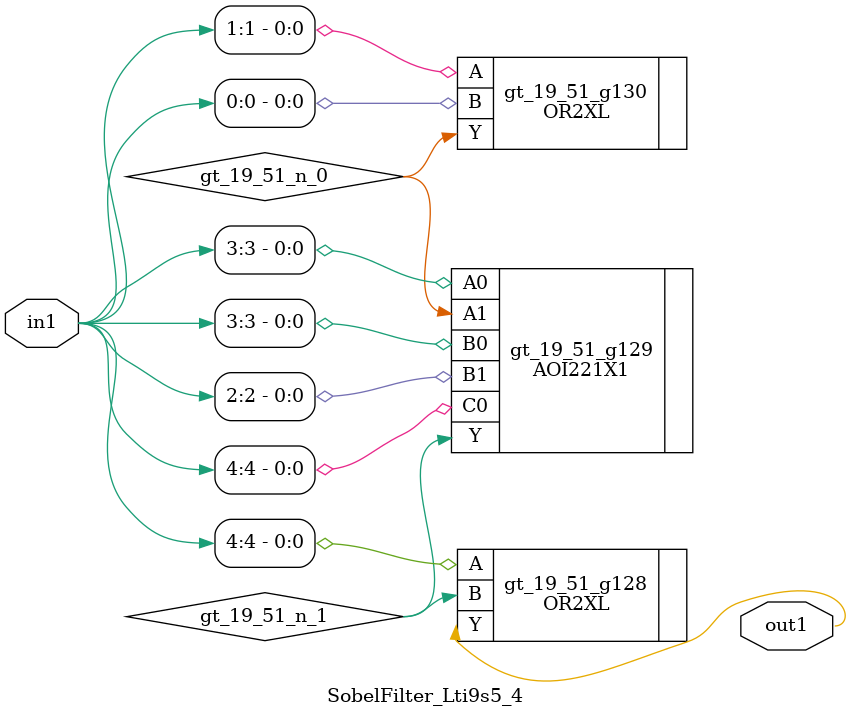
<source format=v>
`timescale 1ps / 1ps


module SobelFilter_Lti9s5_4(in1, out1);
  input [4:0] in1;
  output out1;
  wire [4:0] in1;
  wire out1;
  wire gt_19_51_n_0, gt_19_51_n_1;
  OR2XL gt_19_51_g128(.A (in1[4]), .B (gt_19_51_n_1), .Y (out1));
  AOI221X1 gt_19_51_g129(.A0 (in1[3]), .A1 (gt_19_51_n_0), .B0
       (in1[3]), .B1 (in1[2]), .C0 (in1[4]), .Y (gt_19_51_n_1));
  OR2XL gt_19_51_g130(.A (in1[1]), .B (in1[0]), .Y (gt_19_51_n_0));
endmodule


</source>
